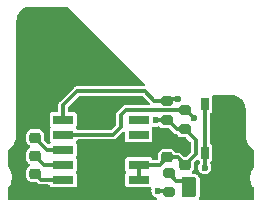
<source format=gtl>
G04 #@! TF.GenerationSoftware,KiCad,Pcbnew,(6.0.9)*
G04 #@! TF.CreationDate,2023-04-01T11:22:45+09:00*
G04 #@! TF.ProjectId,MainBoard,4d61696e-426f-4617-9264-2e6b69636164,rev?*
G04 #@! TF.SameCoordinates,Original*
G04 #@! TF.FileFunction,Copper,L1,Top*
G04 #@! TF.FilePolarity,Positive*
%FSLAX46Y46*%
G04 Gerber Fmt 4.6, Leading zero omitted, Abs format (unit mm)*
G04 Created by KiCad (PCBNEW (6.0.9)) date 2023-04-01 11:22:45*
%MOMM*%
%LPD*%
G01*
G04 APERTURE LIST*
G04 Aperture macros list*
%AMRoundRect*
0 Rectangle with rounded corners*
0 $1 Rounding radius*
0 $2 $3 $4 $5 $6 $7 $8 $9 X,Y pos of 4 corners*
0 Add a 4 corners polygon primitive as box body*
4,1,4,$2,$3,$4,$5,$6,$7,$8,$9,$2,$3,0*
0 Add four circle primitives for the rounded corners*
1,1,$1+$1,$2,$3*
1,1,$1+$1,$4,$5*
1,1,$1+$1,$6,$7*
1,1,$1+$1,$8,$9*
0 Add four rect primitives between the rounded corners*
20,1,$1+$1,$2,$3,$4,$5,0*
20,1,$1+$1,$4,$5,$6,$7,0*
20,1,$1+$1,$6,$7,$8,$9,0*
20,1,$1+$1,$8,$9,$2,$3,0*%
G04 Aperture macros list end*
G04 #@! TA.AperFunction,SMDPad,CuDef*
%ADD10RoundRect,0.250000X0.375000X0.625000X-0.375000X0.625000X-0.375000X-0.625000X0.375000X-0.625000X0*%
G04 #@! TD*
G04 #@! TA.AperFunction,SMDPad,CuDef*
%ADD11RoundRect,0.200000X0.275000X-0.200000X0.275000X0.200000X-0.275000X0.200000X-0.275000X-0.200000X0*%
G04 #@! TD*
G04 #@! TA.AperFunction,SMDPad,CuDef*
%ADD12R,0.650000X1.050000*%
G04 #@! TD*
G04 #@! TA.AperFunction,SMDPad,CuDef*
%ADD13RoundRect,0.225000X0.250000X-0.225000X0.250000X0.225000X-0.250000X0.225000X-0.250000X-0.225000X0*%
G04 #@! TD*
G04 #@! TA.AperFunction,SMDPad,CuDef*
%ADD14RoundRect,0.225000X-0.250000X0.225000X-0.250000X-0.225000X0.250000X-0.225000X0.250000X0.225000X0*%
G04 #@! TD*
G04 #@! TA.AperFunction,SMDPad,CuDef*
%ADD15R,1.800000X0.800000*%
G04 #@! TD*
G04 #@! TA.AperFunction,SMDPad,CuDef*
%ADD16R,2.100000X0.800000*%
G04 #@! TD*
G04 #@! TA.AperFunction,SMDPad,CuDef*
%ADD17R,2.000000X1.550000*%
G04 #@! TD*
G04 #@! TA.AperFunction,ViaPad*
%ADD18C,0.600000*%
G04 #@! TD*
G04 #@! TA.AperFunction,Conductor*
%ADD19C,0.300000*%
G04 #@! TD*
G04 APERTURE END LIST*
D10*
X154790600Y-116063490D03*
X151990600Y-116063490D03*
D11*
X150215600Y-116507490D03*
X150215600Y-114857490D03*
D12*
X155481600Y-109035490D03*
X155481600Y-113185490D03*
X153331600Y-113160490D03*
X153331600Y-109035490D03*
D13*
X138912600Y-113409490D03*
X138912600Y-111859490D03*
D14*
X138912600Y-114907490D03*
X138912600Y-116457490D03*
D13*
X150088600Y-113536490D03*
X150088600Y-111986490D03*
D11*
X151612600Y-111173490D03*
X151612600Y-109523490D03*
D13*
X151612600Y-114171490D03*
X151612600Y-112621490D03*
D15*
X147700600Y-115428490D03*
X147700600Y-114158490D03*
D16*
X147550600Y-112888490D03*
D15*
X147700600Y-111618490D03*
X147700600Y-110348490D03*
X141300600Y-110348490D03*
X141300600Y-111618490D03*
X141300600Y-112888490D03*
X141300600Y-114158490D03*
X141300600Y-115428490D03*
D17*
X144500600Y-116113490D03*
X144500600Y-109663490D03*
D11*
X150088600Y-110411490D03*
X150088600Y-108761490D03*
D18*
X149174200Y-110399290D03*
X138023600Y-116444490D03*
X140690600Y-101331490D03*
X147853400Y-108722890D03*
X156819600Y-113142490D03*
X142849600Y-108824490D03*
X144246600Y-104252490D03*
X143230600Y-110729490D03*
X146786600Y-106792490D03*
X155803600Y-116190490D03*
X143738600Y-107046490D03*
X141706600Y-105268490D03*
X137261600Y-113142490D03*
X148310600Y-116698490D03*
X150926800Y-112024890D03*
X145897600Y-115301490D03*
X143230600Y-112888490D03*
X146024600Y-112888490D03*
X141198600Y-107808490D03*
X151053800Y-108621290D03*
X152374600Y-110221490D03*
X153289000Y-114412490D03*
X149326600Y-116393690D03*
D19*
X150088600Y-110411490D02*
X150151600Y-110411490D01*
X150913600Y-111173490D02*
X151612600Y-111173490D01*
X150076400Y-110399290D02*
X150088600Y-110411490D01*
X150977600Y-113536490D02*
X151612600Y-114171490D01*
X152501600Y-113282490D02*
X151612600Y-114171490D01*
X150151600Y-110411490D02*
X150913600Y-111173490D01*
X152501600Y-112062490D02*
X152501600Y-113282490D01*
X151612600Y-111173490D02*
X152501600Y-112062490D01*
X147700600Y-114158490D02*
X147700600Y-115428490D01*
X149466600Y-114158490D02*
X150088600Y-113536490D01*
X149174200Y-110399290D02*
X150076400Y-110399290D01*
X147700600Y-114158490D02*
X149466600Y-114158490D01*
X150088600Y-113536490D02*
X150977600Y-113536490D01*
X141300600Y-114158490D02*
X139661600Y-114158490D01*
X139661600Y-114158490D02*
X138912600Y-113409490D01*
X141300600Y-112888490D02*
X139941600Y-112888490D01*
X139941600Y-112888490D02*
X138912600Y-111859490D01*
X139433600Y-115428490D02*
X138912600Y-114907490D01*
X141300600Y-115428490D02*
X139433600Y-115428490D01*
X150088600Y-108761490D02*
X149009600Y-108761490D01*
X150228800Y-108621290D02*
X150088600Y-108761490D01*
X141300600Y-109103490D02*
X141300600Y-110348490D01*
X149009600Y-108761490D02*
X148183600Y-107935490D01*
X148183600Y-107935490D02*
X142468600Y-107935490D01*
X142468600Y-107935490D02*
X141300600Y-109103490D01*
X151053800Y-108621290D02*
X150228800Y-108621290D01*
X151676600Y-109523490D02*
X152374600Y-110221490D01*
X146151600Y-110983490D02*
X145516600Y-111618490D01*
X145516600Y-111618490D02*
X141300600Y-111618490D01*
X151612600Y-109523490D02*
X146595600Y-109523490D01*
X146595600Y-109523490D02*
X146151600Y-109967490D01*
X146151600Y-109967490D02*
X146151600Y-110983490D01*
X151612600Y-109523490D02*
X151676600Y-109523490D01*
X153289000Y-114412490D02*
X153289000Y-113203090D01*
X153289000Y-113203090D02*
X153331600Y-113160490D01*
X153331600Y-109035490D02*
X153331600Y-113160490D01*
X151511000Y-115530090D02*
X150888200Y-115530090D01*
X151990600Y-116009690D02*
X151511000Y-115530090D01*
X150888200Y-115530090D02*
X150215600Y-114857490D01*
X151990600Y-116063490D02*
X151990600Y-116009690D01*
X150101800Y-116393690D02*
X150215600Y-116507490D01*
X149326600Y-116393690D02*
X150101800Y-116393690D01*
G04 #@! TA.AperFunction,Conductor*
G36*
X141682060Y-100790992D02*
G01*
X141703034Y-100807895D01*
X148211034Y-107315895D01*
X148245060Y-107378207D01*
X148239995Y-107449022D01*
X148197448Y-107505858D01*
X148130928Y-107530669D01*
X148121939Y-107530990D01*
X142436766Y-107530990D01*
X142436762Y-107530991D01*
X142404534Y-107530991D01*
X142395097Y-107534057D01*
X142395098Y-107534057D01*
X142383318Y-107537884D01*
X142364093Y-107542500D01*
X142342045Y-107545992D01*
X142322160Y-107556124D01*
X142303896Y-107563689D01*
X142292107Y-107567520D01*
X142292106Y-107567521D01*
X142282671Y-107570586D01*
X142274647Y-107576416D01*
X142274645Y-107576417D01*
X142264623Y-107583699D01*
X142247764Y-107594031D01*
X142227877Y-107604164D01*
X142205085Y-107626956D01*
X140992065Y-108839975D01*
X140992062Y-108839979D01*
X140969274Y-108862767D01*
X140964771Y-108871605D01*
X140959146Y-108882644D01*
X140948816Y-108899501D01*
X140935695Y-108917561D01*
X140932630Y-108926994D01*
X140928799Y-108938785D01*
X140921234Y-108957051D01*
X140911102Y-108976935D01*
X140909551Y-108986728D01*
X140907611Y-108998977D01*
X140902995Y-109018203D01*
X140896100Y-109039424D01*
X140896100Y-109567991D01*
X140876098Y-109636112D01*
X140822442Y-109682605D01*
X140770100Y-109693991D01*
X140375534Y-109693991D01*
X140339782Y-109701102D01*
X140313474Y-109706334D01*
X140313472Y-109706335D01*
X140301299Y-109708756D01*
X140290979Y-109715651D01*
X140290978Y-109715652D01*
X140274344Y-109726767D01*
X140217116Y-109765006D01*
X140160866Y-109849189D01*
X140146100Y-109923423D01*
X140146101Y-110773556D01*
X140153212Y-110809308D01*
X140157700Y-110831871D01*
X140160866Y-110847791D01*
X140204765Y-110913489D01*
X140225979Y-110981240D01*
X140204765Y-111053491D01*
X140160866Y-111119189D01*
X140146100Y-111193423D01*
X140146101Y-112043556D01*
X140153212Y-112079308D01*
X140157481Y-112100771D01*
X140160866Y-112117791D01*
X140204765Y-112183489D01*
X140225979Y-112251240D01*
X140204764Y-112323492D01*
X140187477Y-112349364D01*
X140133001Y-112394891D01*
X140062557Y-112403740D01*
X139993616Y-112368457D01*
X139855200Y-112230040D01*
X139679004Y-112053844D01*
X139644979Y-111991532D01*
X139642100Y-111964749D01*
X139642099Y-111592520D01*
X139642099Y-111589102D01*
X139641730Y-111585702D01*
X139636584Y-111538324D01*
X139636583Y-111538320D01*
X139635730Y-111530466D01*
X139587517Y-111401855D01*
X139582137Y-111394676D01*
X139582135Y-111394673D01*
X139510523Y-111299123D01*
X139505144Y-111291946D01*
X139445179Y-111247004D01*
X139402417Y-111214955D01*
X139402414Y-111214953D01*
X139395235Y-111209573D01*
X139386830Y-111206422D01*
X139274019Y-111164132D01*
X139274018Y-111164132D01*
X139266624Y-111161360D01*
X139258774Y-111160507D01*
X139258773Y-111160507D01*
X139211386Y-111155359D01*
X139211385Y-111155359D01*
X139207989Y-111154990D01*
X138912644Y-111154990D01*
X138617212Y-111154991D01*
X138613818Y-111155360D01*
X138613812Y-111155360D01*
X138566434Y-111160506D01*
X138566430Y-111160507D01*
X138558576Y-111161360D01*
X138429965Y-111209573D01*
X138422786Y-111214953D01*
X138422783Y-111214955D01*
X138380021Y-111247004D01*
X138320056Y-111291946D01*
X138314677Y-111299123D01*
X138243065Y-111394673D01*
X138243063Y-111394676D01*
X138237683Y-111401855D01*
X138234533Y-111410259D01*
X138234532Y-111410260D01*
X138197399Y-111509316D01*
X138189470Y-111530466D01*
X138188617Y-111538316D01*
X138188617Y-111538317D01*
X138184139Y-111579541D01*
X138183100Y-111589101D01*
X138183101Y-112129878D01*
X138183470Y-112133272D01*
X138183470Y-112133278D01*
X138188061Y-112175539D01*
X138189470Y-112188514D01*
X138237683Y-112317125D01*
X138243063Y-112324304D01*
X138243065Y-112324307D01*
X138300817Y-112401364D01*
X138320056Y-112427034D01*
X138327233Y-112432413D01*
X138422783Y-112504025D01*
X138422786Y-112504027D01*
X138429965Y-112509407D01*
X138444807Y-112514971D01*
X138448907Y-112516508D01*
X138505672Y-112559149D01*
X138530372Y-112625711D01*
X138515165Y-112695060D01*
X138464879Y-112745178D01*
X138448907Y-112752472D01*
X138429965Y-112759573D01*
X138422786Y-112764953D01*
X138422783Y-112764955D01*
X138352111Y-112817922D01*
X138320056Y-112841946D01*
X138314677Y-112849123D01*
X138243065Y-112944673D01*
X138243063Y-112944676D01*
X138237683Y-112951855D01*
X138234533Y-112960259D01*
X138234532Y-112960260D01*
X138228586Y-112976123D01*
X138189470Y-113080466D01*
X138188617Y-113088316D01*
X138188617Y-113088317D01*
X138183540Y-113135055D01*
X138183100Y-113139101D01*
X138183101Y-113679878D01*
X138183470Y-113683272D01*
X138183470Y-113683278D01*
X138188258Y-113727355D01*
X138189470Y-113738514D01*
X138237683Y-113867125D01*
X138243063Y-113874304D01*
X138243065Y-113874307D01*
X138293042Y-113940990D01*
X138320056Y-113977034D01*
X138327233Y-113982413D01*
X138427639Y-114057664D01*
X138470153Y-114114524D01*
X138475178Y-114185342D01*
X138441118Y-114247636D01*
X138427639Y-114259316D01*
X138405482Y-114275922D01*
X138320056Y-114339946D01*
X138314677Y-114347123D01*
X138243065Y-114442673D01*
X138243063Y-114442676D01*
X138237683Y-114449855D01*
X138234533Y-114458259D01*
X138234532Y-114458260D01*
X138195272Y-114562990D01*
X138189470Y-114578466D01*
X138183100Y-114637101D01*
X138183101Y-115177878D01*
X138189470Y-115236514D01*
X138208369Y-115286928D01*
X138227100Y-115336893D01*
X138237683Y-115365125D01*
X138243063Y-115372304D01*
X138243065Y-115372307D01*
X138262015Y-115397591D01*
X138320056Y-115475034D01*
X138327233Y-115480413D01*
X138422783Y-115552025D01*
X138422786Y-115552027D01*
X138429965Y-115557407D01*
X138438369Y-115560557D01*
X138438370Y-115560558D01*
X138551181Y-115602848D01*
X138551182Y-115602848D01*
X138558576Y-115605620D01*
X138566426Y-115606473D01*
X138566427Y-115606473D01*
X138613814Y-115611621D01*
X138617211Y-115611990D01*
X138643494Y-115611990D01*
X138992859Y-115611989D01*
X139060979Y-115631991D01*
X139081954Y-115648894D01*
X139170085Y-115737025D01*
X139170089Y-115737028D01*
X139192877Y-115759816D01*
X139210800Y-115768948D01*
X139212760Y-115769947D01*
X139229617Y-115780277D01*
X139247671Y-115793394D01*
X139257101Y-115796458D01*
X139257103Y-115796459D01*
X139268895Y-115800291D01*
X139287157Y-115807855D01*
X139298206Y-115813485D01*
X139298210Y-115813486D01*
X139307045Y-115817988D01*
X139316843Y-115819540D01*
X139316844Y-115819540D01*
X139322963Y-115820509D01*
X139329083Y-115821478D01*
X139348314Y-115826095D01*
X139369534Y-115832990D01*
X140040029Y-115832990D01*
X140108150Y-115852992D01*
X140156439Y-115910774D01*
X140158444Y-115915616D01*
X140160866Y-115927791D01*
X140167761Y-115938110D01*
X140167762Y-115938112D01*
X140187720Y-115967980D01*
X140217116Y-116011974D01*
X140301299Y-116068224D01*
X140375533Y-116082990D01*
X141300450Y-116082990D01*
X142225666Y-116082989D01*
X142261418Y-116075878D01*
X142287726Y-116070646D01*
X142287728Y-116070645D01*
X142299901Y-116068224D01*
X142310221Y-116061329D01*
X142310222Y-116061328D01*
X142373768Y-116018867D01*
X142384084Y-116011974D01*
X142440334Y-115927791D01*
X142455100Y-115853557D01*
X142455099Y-115003424D01*
X142445014Y-114952718D01*
X142442756Y-114941364D01*
X142442755Y-114941362D01*
X142440334Y-114929189D01*
X142396435Y-114863491D01*
X142375221Y-114795740D01*
X142396435Y-114723489D01*
X142440334Y-114657791D01*
X142455100Y-114583557D01*
X142455099Y-113733424D01*
X142443769Y-113676460D01*
X142442756Y-113671364D01*
X142442755Y-113671362D01*
X142440334Y-113659189D01*
X142396435Y-113593491D01*
X142375221Y-113525740D01*
X142396435Y-113453489D01*
X142440334Y-113387791D01*
X142455100Y-113313557D01*
X142455099Y-112463424D01*
X142447861Y-112427034D01*
X142442756Y-112401364D01*
X142442755Y-112401362D01*
X142440334Y-112389189D01*
X142396435Y-112323491D01*
X142375221Y-112255740D01*
X142396435Y-112183489D01*
X142440334Y-112117791D01*
X142442756Y-112105616D01*
X142444763Y-112100771D01*
X142489312Y-112045491D01*
X142561172Y-112022990D01*
X145580666Y-112022990D01*
X145590098Y-112019925D01*
X145590100Y-112019925D01*
X145601887Y-112016095D01*
X145621113Y-112011479D01*
X145633362Y-112009539D01*
X145643155Y-112007988D01*
X145663039Y-111997856D01*
X145681305Y-111990291D01*
X145693096Y-111986460D01*
X145702529Y-111983395D01*
X145720589Y-111970274D01*
X145737446Y-111959944D01*
X145757323Y-111949816D01*
X145780101Y-111927038D01*
X145780116Y-111927024D01*
X146049006Y-111658134D01*
X146331004Y-111376135D01*
X146393317Y-111342110D01*
X146464132Y-111347174D01*
X146520968Y-111389721D01*
X146545779Y-111456241D01*
X146546100Y-111465230D01*
X146546101Y-111774103D01*
X146546101Y-112043556D01*
X146553212Y-112079308D01*
X146557481Y-112100771D01*
X146560866Y-112117791D01*
X146617116Y-112201974D01*
X146701299Y-112258224D01*
X146775533Y-112272990D01*
X147700450Y-112272990D01*
X148625666Y-112272989D01*
X148661418Y-112265878D01*
X148687726Y-112260646D01*
X148687728Y-112260645D01*
X148699901Y-112258224D01*
X148710221Y-112251329D01*
X148710222Y-112251328D01*
X148773768Y-112208867D01*
X148784084Y-112201974D01*
X148840334Y-112117791D01*
X148855100Y-112043557D01*
X148855099Y-111193424D01*
X148840334Y-111119189D01*
X148832734Y-111107815D01*
X148831905Y-111105168D01*
X148828689Y-111097403D01*
X148829384Y-111097115D01*
X148811520Y-111040061D01*
X148830304Y-110971595D01*
X148883122Y-110924152D01*
X148953204Y-110912796D01*
X148985715Y-110921404D01*
X149029446Y-110939518D01*
X149174200Y-110958575D01*
X149182388Y-110957497D01*
X149310768Y-110940596D01*
X149310770Y-110940595D01*
X149318954Y-110939518D01*
X149326584Y-110936358D01*
X149326586Y-110936357D01*
X149364656Y-110920588D01*
X149435245Y-110912998D01*
X149486245Y-110939675D01*
X149488590Y-110936500D01*
X149598524Y-111017699D01*
X149727473Y-111062983D01*
X149735115Y-111063705D01*
X149735118Y-111063706D01*
X149750021Y-111065114D01*
X149759285Y-111065990D01*
X149784799Y-111065990D01*
X150181860Y-111065989D01*
X150249980Y-111085991D01*
X150270955Y-111102894D01*
X150672877Y-111504816D01*
X150692760Y-111514947D01*
X150709613Y-111525274D01*
X150727671Y-111538395D01*
X150748895Y-111545291D01*
X150767161Y-111552856D01*
X150787045Y-111562988D01*
X150796838Y-111564539D01*
X150809087Y-111566479D01*
X150828313Y-111571095D01*
X150840100Y-111574925D01*
X150840102Y-111574925D01*
X150849534Y-111577990D01*
X150860001Y-111577990D01*
X150860643Y-111578179D01*
X150869245Y-111579541D01*
X150869069Y-111580653D01*
X150928122Y-111597992D01*
X150961352Y-111629130D01*
X150996924Y-111677290D01*
X151012590Y-111698500D01*
X151122524Y-111779699D01*
X151251473Y-111824983D01*
X151259115Y-111825705D01*
X151259118Y-111825706D01*
X151274021Y-111827114D01*
X151283285Y-111827990D01*
X151305413Y-111827990D01*
X151642859Y-111827989D01*
X151710979Y-111847991D01*
X151731954Y-111864894D01*
X152060195Y-112193135D01*
X152094221Y-112255447D01*
X152097100Y-112282230D01*
X152097100Y-113062750D01*
X152077098Y-113130871D01*
X152060195Y-113151845D01*
X151781955Y-113430085D01*
X151719643Y-113464111D01*
X151692861Y-113466990D01*
X151612604Y-113466990D01*
X151532341Y-113466991D01*
X151464221Y-113446989D01*
X151443245Y-113430086D01*
X151241115Y-113227955D01*
X151241101Y-113227942D01*
X151218323Y-113205164D01*
X151198444Y-113195035D01*
X151181589Y-113184706D01*
X151171553Y-113177415D01*
X151163529Y-113171585D01*
X151142304Y-113164689D01*
X151124038Y-113157123D01*
X151104155Y-113146992D01*
X151082113Y-113143501D01*
X151062887Y-113138885D01*
X151051100Y-113135055D01*
X151051098Y-113135055D01*
X151041666Y-113131990D01*
X150865822Y-113131990D01*
X150797701Y-113111988D01*
X150765460Y-113077399D01*
X150763517Y-113078855D01*
X150686523Y-112976123D01*
X150681144Y-112968946D01*
X150673967Y-112963567D01*
X150578417Y-112891955D01*
X150578414Y-112891953D01*
X150571235Y-112886573D01*
X150452190Y-112841946D01*
X150450019Y-112841132D01*
X150450018Y-112841132D01*
X150442624Y-112838360D01*
X150434774Y-112837507D01*
X150434773Y-112837507D01*
X150387386Y-112832359D01*
X150387385Y-112832359D01*
X150383989Y-112831990D01*
X150088644Y-112831990D01*
X149793212Y-112831991D01*
X149789818Y-112832360D01*
X149789812Y-112832360D01*
X149742434Y-112837506D01*
X149742430Y-112837507D01*
X149734576Y-112838360D01*
X149605965Y-112886573D01*
X149598786Y-112891953D01*
X149598783Y-112891955D01*
X149503233Y-112963567D01*
X149496056Y-112968946D01*
X149490677Y-112976123D01*
X149419065Y-113071673D01*
X149419063Y-113071676D01*
X149413683Y-113078855D01*
X149410533Y-113087259D01*
X149410532Y-113087260D01*
X149370130Y-113195036D01*
X149365470Y-113207466D01*
X149364617Y-113215316D01*
X149364617Y-113215317D01*
X149363244Y-113227952D01*
X149359100Y-113266101D01*
X149359101Y-113471974D01*
X149359101Y-113627990D01*
X149339099Y-113696110D01*
X149285444Y-113742603D01*
X149233101Y-113753990D01*
X148961171Y-113753990D01*
X148893050Y-113733988D01*
X148844761Y-113676206D01*
X148842755Y-113671362D01*
X148840334Y-113659189D01*
X148803484Y-113604039D01*
X148790977Y-113585322D01*
X148784084Y-113575006D01*
X148699901Y-113518756D01*
X148625667Y-113503990D01*
X147700750Y-113503990D01*
X146775534Y-113503991D01*
X146739782Y-113511102D01*
X146713474Y-113516334D01*
X146713472Y-113516335D01*
X146701299Y-113518756D01*
X146690979Y-113525651D01*
X146690978Y-113525652D01*
X146667211Y-113541533D01*
X146617116Y-113575006D01*
X146560866Y-113659189D01*
X146546100Y-113733423D01*
X146546101Y-114583556D01*
X146548056Y-114593385D01*
X146557481Y-114640771D01*
X146560866Y-114657791D01*
X146604765Y-114723489D01*
X146625979Y-114791240D01*
X146604765Y-114863491D01*
X146560866Y-114929189D01*
X146546100Y-115003423D01*
X146546101Y-115853556D01*
X146553212Y-115889308D01*
X146557771Y-115912229D01*
X146560866Y-115927791D01*
X146567761Y-115938110D01*
X146567762Y-115938112D01*
X146587720Y-115967980D01*
X146617116Y-116011974D01*
X146701299Y-116068224D01*
X146775533Y-116082990D01*
X147700450Y-116082990D01*
X148625666Y-116082989D01*
X148644841Y-116079175D01*
X148715553Y-116085505D01*
X148771619Y-116129061D01*
X148795237Y-116196014D01*
X148791124Y-116235364D01*
X148789531Y-116241310D01*
X148786372Y-116248936D01*
X148767315Y-116393690D01*
X148786372Y-116538444D01*
X148842245Y-116673332D01*
X148931126Y-116789164D01*
X148937676Y-116794190D01*
X148937679Y-116794193D01*
X149040404Y-116873017D01*
X149046957Y-116878045D01*
X149123333Y-116909681D01*
X149166547Y-116927581D01*
X149221828Y-116972129D01*
X149244249Y-117039493D01*
X149226691Y-117108284D01*
X149174729Y-117156662D01*
X149118329Y-117169990D01*
X136752600Y-117169990D01*
X136684479Y-117149988D01*
X136637986Y-117096332D01*
X136626600Y-117043990D01*
X136626600Y-116156867D01*
X136646602Y-116088746D01*
X136651511Y-116081654D01*
X136653356Y-116079175D01*
X136739273Y-115963698D01*
X136754073Y-115934590D01*
X136844939Y-115755868D01*
X136844939Y-115755867D01*
X136847358Y-115751110D01*
X136890556Y-115611990D01*
X136916496Y-115528452D01*
X136916497Y-115528446D01*
X136918080Y-115523349D01*
X136936748Y-115382500D01*
X136948715Y-115292212D01*
X136948715Y-115292208D01*
X136949415Y-115286928D01*
X136940468Y-115048608D01*
X136932286Y-115009610D01*
X136892590Y-114820421D01*
X136891495Y-114815202D01*
X136889538Y-114810246D01*
X136889536Y-114810240D01*
X136805854Y-114598346D01*
X136803895Y-114593385D01*
X136699094Y-114420678D01*
X136682942Y-114394060D01*
X136682940Y-114394057D01*
X136680174Y-114389499D01*
X136657435Y-114363294D01*
X136627895Y-114298736D01*
X136626600Y-114280714D01*
X136626600Y-112969986D01*
X136646602Y-112901865D01*
X136669522Y-112875254D01*
X136813383Y-112749091D01*
X136813385Y-112749089D01*
X136816482Y-112746373D01*
X136972102Y-112568921D01*
X137103228Y-112372675D01*
X137114724Y-112349364D01*
X137205793Y-112164690D01*
X137205794Y-112164687D01*
X137207617Y-112160991D01*
X137218778Y-112128112D01*
X137282157Y-111941401D01*
X137282158Y-111941398D01*
X137283483Y-111937494D01*
X137329528Y-111706006D01*
X137329867Y-111700845D01*
X137338370Y-111571095D01*
X137344506Y-111477466D01*
X137345736Y-111470488D01*
X137343014Y-111455050D01*
X137341100Y-111433170D01*
X137341100Y-102007810D01*
X137343014Y-101985930D01*
X137343822Y-101981348D01*
X137343822Y-101981346D01*
X137345736Y-101970492D01*
X137343822Y-101959636D01*
X137343822Y-101948615D01*
X137344379Y-101948615D01*
X137343788Y-101936337D01*
X137355091Y-101792730D01*
X137358185Y-101773202D01*
X137397495Y-101609469D01*
X137403600Y-101590678D01*
X137468047Y-101435090D01*
X137477022Y-101417477D01*
X137565005Y-101273904D01*
X137576626Y-101257909D01*
X137685991Y-101129860D01*
X137699966Y-101115885D01*
X137828021Y-101006515D01*
X137844004Y-100994904D01*
X137987585Y-100906919D01*
X138005200Y-100897943D01*
X138160782Y-100833499D01*
X138179576Y-100827393D01*
X138261447Y-100807738D01*
X138343316Y-100788083D01*
X138362842Y-100784990D01*
X138506488Y-100773685D01*
X138518723Y-100774274D01*
X138518723Y-100773712D01*
X138529744Y-100773712D01*
X138540600Y-100775626D01*
X138556037Y-100772904D01*
X138577917Y-100770990D01*
X141613939Y-100770990D01*
X141682060Y-100790992D01*
G37*
G04 #@! TD.AperFunction*
G04 #@! TA.AperFunction,Conductor*
G36*
X155525163Y-108272904D02*
G01*
X155529745Y-108273712D01*
X155540600Y-108275626D01*
X155551456Y-108273712D01*
X155562478Y-108273712D01*
X155562478Y-108274269D01*
X155574752Y-108273678D01*
X155718360Y-108284980D01*
X155737886Y-108288073D01*
X155901631Y-108327385D01*
X155920425Y-108333491D01*
X156019714Y-108374618D01*
X156076004Y-108397934D01*
X156093620Y-108406910D01*
X156237202Y-108494896D01*
X156253185Y-108506507D01*
X156381241Y-108615878D01*
X156395215Y-108629853D01*
X156504581Y-108757902D01*
X156516203Y-108773898D01*
X156604186Y-108917472D01*
X156613163Y-108935089D01*
X156677607Y-109090670D01*
X156683716Y-109109473D01*
X156700056Y-109177533D01*
X156713847Y-109234971D01*
X156723025Y-109273200D01*
X156726118Y-109292723D01*
X156737419Y-109436301D01*
X156736826Y-109448614D01*
X156737378Y-109448614D01*
X156737378Y-109459636D01*
X156735464Y-109470492D01*
X156737378Y-109481346D01*
X156737378Y-109481348D01*
X156738186Y-109485930D01*
X156740100Y-109507810D01*
X156740100Y-111433170D01*
X156738186Y-111455050D01*
X156735464Y-111470488D01*
X156736710Y-111477556D01*
X156737272Y-111486131D01*
X156751412Y-111701890D01*
X156751413Y-111701896D01*
X156751682Y-111706004D01*
X156797726Y-111937491D01*
X156799051Y-111941395D01*
X156799052Y-111941398D01*
X156862432Y-112128112D01*
X156873592Y-112160988D01*
X156875415Y-112164686D01*
X156875416Y-112164687D01*
X156880768Y-112175539D01*
X156977980Y-112372670D01*
X157109106Y-112568915D01*
X157264726Y-112746366D01*
X157267823Y-112749082D01*
X157267825Y-112749084D01*
X157411678Y-112875240D01*
X157449705Y-112935194D01*
X157454600Y-112969972D01*
X157454600Y-114284113D01*
X157434598Y-114352234D01*
X157429694Y-114359318D01*
X157341927Y-114477282D01*
X157339511Y-114482033D01*
X157339509Y-114482037D01*
X157256342Y-114645616D01*
X157233842Y-114689870D01*
X157202733Y-114790058D01*
X157164704Y-114912528D01*
X157164703Y-114912534D01*
X157163120Y-114917631D01*
X157152006Y-115001489D01*
X157136993Y-115114761D01*
X157131785Y-115154052D01*
X157140732Y-115392372D01*
X157189705Y-115625778D01*
X157191662Y-115630734D01*
X157191664Y-115630740D01*
X157241080Y-115755868D01*
X157277305Y-115847595D01*
X157321899Y-115921084D01*
X157377053Y-116011974D01*
X157401026Y-116051481D01*
X157404521Y-116055509D01*
X157404522Y-116055510D01*
X157423765Y-116077685D01*
X157453305Y-116142244D01*
X157454600Y-116160266D01*
X157454600Y-117043990D01*
X157434598Y-117112111D01*
X157380942Y-117158604D01*
X157328600Y-117169990D01*
X152887138Y-117169990D01*
X152819017Y-117149988D01*
X152772524Y-117096332D01*
X152762420Y-117026058D01*
X152786312Y-116968425D01*
X152807288Y-116940436D01*
X152812671Y-116933254D01*
X152853736Y-116823713D01*
X152860626Y-116805333D01*
X152860626Y-116805331D01*
X152863398Y-116797938D01*
X152870100Y-116736246D01*
X152870100Y-115390734D01*
X152869699Y-115387041D01*
X152864251Y-115336893D01*
X152864251Y-115336892D01*
X152863398Y-115329042D01*
X152812671Y-115193726D01*
X152807291Y-115186547D01*
X152807289Y-115186544D01*
X152731385Y-115085266D01*
X152726004Y-115078086D01*
X152693785Y-115053939D01*
X152617546Y-114996801D01*
X152617543Y-114996799D01*
X152610364Y-114991419D01*
X152520646Y-114957786D01*
X152482443Y-114943464D01*
X152482441Y-114943464D01*
X152475048Y-114940692D01*
X152467198Y-114939839D01*
X152467197Y-114939839D01*
X152416753Y-114934359D01*
X152416752Y-114934359D01*
X152413356Y-114933990D01*
X152310924Y-114933990D01*
X152242803Y-114913988D01*
X152196310Y-114860332D01*
X152186206Y-114790058D01*
X152210098Y-114732425D01*
X152282133Y-114636310D01*
X152282135Y-114636305D01*
X152287517Y-114629125D01*
X152311605Y-114564870D01*
X152332958Y-114507909D01*
X152332958Y-114507908D01*
X152335730Y-114500514D01*
X152342100Y-114441879D01*
X152342099Y-114066231D01*
X152362101Y-113998111D01*
X152379004Y-113977136D01*
X152579990Y-113776150D01*
X152642302Y-113742124D01*
X152713117Y-113747189D01*
X152773850Y-113795243D01*
X152823116Y-113868974D01*
X152833432Y-113875867D01*
X152842209Y-113884644D01*
X152840238Y-113886615D01*
X152874031Y-113927053D01*
X152884500Y-113977338D01*
X152884500Y-113986008D01*
X152864498Y-114054129D01*
X152858471Y-114062701D01*
X152804645Y-114132848D01*
X152748772Y-114267736D01*
X152747695Y-114275920D01*
X152747694Y-114275922D01*
X152733272Y-114385470D01*
X152729715Y-114412490D01*
X152748772Y-114557244D01*
X152754620Y-114571363D01*
X152783372Y-114640774D01*
X152804645Y-114692132D01*
X152893526Y-114807964D01*
X152900076Y-114812990D01*
X152900079Y-114812993D01*
X152982177Y-114875989D01*
X153009357Y-114896845D01*
X153144246Y-114952718D01*
X153289000Y-114971775D01*
X153297188Y-114970697D01*
X153425566Y-114953796D01*
X153433754Y-114952718D01*
X153568643Y-114896845D01*
X153595823Y-114875989D01*
X153677921Y-114812993D01*
X153677924Y-114812990D01*
X153684474Y-114807964D01*
X153773355Y-114692132D01*
X153794629Y-114640774D01*
X153823380Y-114571363D01*
X153829228Y-114557244D01*
X153848285Y-114412490D01*
X153844728Y-114385470D01*
X153830306Y-114275922D01*
X153830305Y-114275920D01*
X153829228Y-114267736D01*
X153773355Y-114132848D01*
X153744015Y-114094612D01*
X153718416Y-114028396D01*
X153732680Y-113958847D01*
X153773975Y-113913147D01*
X153840084Y-113868974D01*
X153896334Y-113784791D01*
X153911100Y-113710557D01*
X153911099Y-112610424D01*
X153902160Y-112565481D01*
X153898756Y-112548364D01*
X153898755Y-112548362D01*
X153896334Y-112536189D01*
X153883184Y-112516508D01*
X153846977Y-112462322D01*
X153840084Y-112452006D01*
X153823472Y-112440906D01*
X153792097Y-112419941D01*
X153746570Y-112365464D01*
X153736100Y-112315177D01*
X153736100Y-109880803D01*
X153756102Y-109812682D01*
X153792097Y-109776039D01*
X153829767Y-109750868D01*
X153829768Y-109750867D01*
X153840084Y-109743974D01*
X153896334Y-109659791D01*
X153911100Y-109585557D01*
X153911099Y-108485424D01*
X153898398Y-108421567D01*
X153904728Y-108350855D01*
X153948284Y-108294788D01*
X154021978Y-108270990D01*
X155503283Y-108270990D01*
X155525163Y-108272904D01*
G37*
G04 #@! TD.AperFunction*
G04 #@! TA.AperFunction,Conductor*
G36*
X148031980Y-108359992D02*
G01*
X148052954Y-108376894D01*
X148579955Y-108903894D01*
X148613980Y-108966207D01*
X148608916Y-109037022D01*
X148566369Y-109093858D01*
X148499849Y-109118669D01*
X148490860Y-109118990D01*
X146531534Y-109118990D01*
X146522102Y-109122055D01*
X146522100Y-109122055D01*
X146510313Y-109125885D01*
X146491087Y-109130501D01*
X146469045Y-109133992D01*
X146449162Y-109144123D01*
X146430896Y-109151689D01*
X146409671Y-109158585D01*
X146401647Y-109164415D01*
X146391611Y-109171706D01*
X146374756Y-109182035D01*
X146354877Y-109192164D01*
X146332089Y-109214952D01*
X146332085Y-109214955D01*
X145843065Y-109703975D01*
X145843062Y-109703979D01*
X145820274Y-109726767D01*
X145810146Y-109746644D01*
X145799816Y-109763501D01*
X145786695Y-109781561D01*
X145783630Y-109790994D01*
X145779799Y-109802785D01*
X145772234Y-109821051D01*
X145762102Y-109840935D01*
X145760551Y-109850728D01*
X145758611Y-109862977D01*
X145753995Y-109882203D01*
X145747100Y-109903424D01*
X145747100Y-110763750D01*
X145727098Y-110831871D01*
X145710195Y-110852846D01*
X145385954Y-111177086D01*
X145323642Y-111211111D01*
X145296859Y-111213990D01*
X142561171Y-111213990D01*
X142493050Y-111193988D01*
X142444761Y-111136206D01*
X142442756Y-111131364D01*
X142440334Y-111119189D01*
X142396435Y-111053491D01*
X142375221Y-110985740D01*
X142396435Y-110913489D01*
X142440334Y-110847791D01*
X142455100Y-110773557D01*
X142455099Y-109923424D01*
X142445024Y-109872770D01*
X142442756Y-109861364D01*
X142442755Y-109861362D01*
X142440334Y-109849189D01*
X142415941Y-109812682D01*
X142390977Y-109775322D01*
X142384084Y-109765006D01*
X142299901Y-109708756D01*
X142225667Y-109693990D01*
X141831100Y-109693990D01*
X141762979Y-109673988D01*
X141716486Y-109620332D01*
X141705100Y-109567990D01*
X141705100Y-109323231D01*
X141725102Y-109255110D01*
X141742004Y-109234136D01*
X142599244Y-108376895D01*
X142661557Y-108342870D01*
X142688340Y-108339990D01*
X147963859Y-108339990D01*
X148031980Y-108359992D01*
G37*
G04 #@! TD.AperFunction*
M02*

</source>
